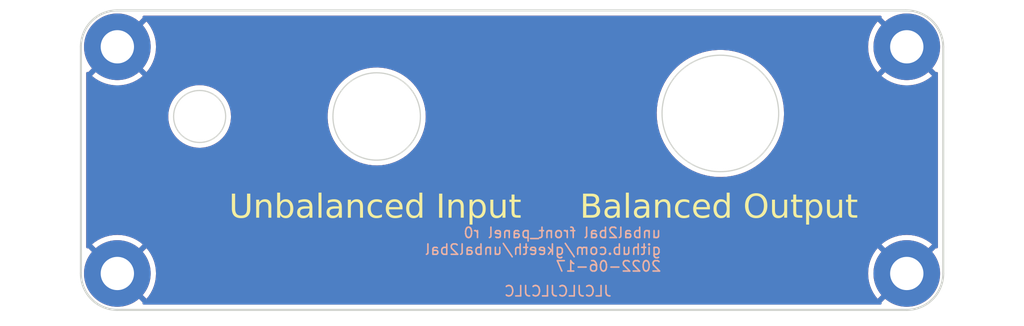
<source format=kicad_pcb>
(kicad_pcb (version 20211014) (generator pcbnew)
  (layers (0 "F.Cu" signal) (31 "B.Cu" signal) (34 "B.Paste" user) (35 "F.Paste" user) (36 "B.SilkS" user "B.Silkscreen") (37 "F.SilkS" user "F.Silkscreen") (38 "B.Mask" user) (39 "F.Mask" user) (44 "Edge.Cuts" user))
  (net 0 "")
  (net 1 "GND")
  (footprint "Panel_Cutouts:Panel_Jack_6.35mm_Neutrik_NMJ6HFD2" (layer "F.Cu") (at 195.6 98.2)
    (fp_text reference "REF**" hide)
    (fp_text value "Panel_Jack_6.35mm_Neutrik_NMJ6HFD2")
    (fp_circle (center 0 -8.29) (end 5.6 -8.29) (layer "Edge.Cuts") (width 0.12) (fill none))
  )
  (footprint "MountingHole:MountingHole_3.2mm_M3_Pad" (layer "F.Cu") (at 213.5 83.5)
    (fp_text reference "REF**" hide)
    (fp_text value "MountingHole_3.2mm_M3_Pad")
    (pad "1" thru_hole circle locked (at 0 0) (size 6.4 6.4) (drill 3.2) (layers *.Cu *.Mask) (net 1 "GND"))
  )
  (footprint "MountingHole:MountingHole_3.2mm_M3_Pad" (layer "F.Cu") (at 137.7 83.5)
    (fp_text reference "REF**" hide)
    (fp_text value "MountingHole_3.2mm_M3_Pad")
    (pad "1" thru_hole circle locked (at 0 0) (size 6.4 6.4) (drill 3.2) (layers *.Cu *.Mask) (net 1 "GND"))
  )
  (footprint "MountingHole:MountingHole_3.2mm_M3_Pad" (layer "F.Cu") (at 137.7 105.3)
    (fp_text reference "REF**" hide)
    (fp_text value "MountingHole_3.2mm_M3_Pad")
    (pad "1" thru_hole circle locked (at 0 0) (size 6.4 6.4) (drill 3.2) (layers *.Cu *.Mask) (net 1 "GND"))
  )
  (footprint "unbal2bal_labels:input_label" (layer "F.Cu") (at 162.56 99.06)
    (fp_text reference "svg2mod" hide)
    (fp_text value "G***" hide)
  )
  (footprint "Panel_Cutouts:Panel_LED_5mm" (layer "F.Cu") (at 145.6 90.2)
    (fp_text reference "REF**" hide)
    (fp_text value "Panel_LED_5mm")
    (fp_circle (center 0 0) (end 2.5 0) (layer "Edge.Cuts") (width 0.12) (fill none))
  )
  (footprint "unbal2bal_labels:output_label" (layer "F.Cu") (at 195.58 99.06)
    (fp_text reference "svg2mod" hide)
    (fp_text value "G***" hide)
  )
  (footprint "Panel_Cutouts:Panel_RCA_CUI_RCJ-04x" (layer "F.Cu") (at 162.6 98.2)
    (fp_text reference "REF**" hide)
    (fp_text value "Panel_RCA_CUI_RCJ-04x")
    (fp_circle (center 0 -8) (end 4.2 -8) (layer "Edge.Cuts") (width 0.12) (fill none))
  )
  (footprint "MountingHole:MountingHole_3.2mm_M3_Pad" (layer "F.Cu") (at 213.5 105.3)
    (fp_text reference "REF**" hide)
    (fp_text value "MountingHole_3.2mm_M3_Pad")
    (pad "1" thru_hole circle locked (at 0 0) (size 6.4 6.4) (drill 3.2) (layers *.Cu *.Mask) (net 1 "GND"))
  )
  (gr_arc locked (start 217 105.3) (mid 215.974874 107.774874) (end 213.5 108.8) (layer "Edge.Cuts") (width 0.2))
  (gr_arc locked (start 137.7 108.8) (mid 135.225126 107.774874) (end 134.2 105.3) (layer "Edge.Cuts") (width 0.2))
  (gr_line locked (start 213.4 80) (end 137.7 80) (layer "Edge.Cuts") (width 0.2))
  (gr_line locked (start 137.7 108.8) (end 213.5 108.8) (layer "Edge.Cuts") (width 0.2))
  (gr_line locked (start 217 83.5) (end 217 105.3) (layer "Edge.Cuts") (width 0.2))
  (gr_arc locked (start 213.4 80) (mid 215.924874 81.004416) (end 217 83.5) (layer "Edge.Cuts") (width 0.2))
  (gr_arc locked (start 134.2 83.5) (mid 135.225126 81.025126) (end 137.7 80) (layer "Edge.Cuts") (width 0.2))
  (gr_line locked (start 134.2 105.3) (end 134.2 83.5) (layer "Edge.Cuts") (width 0.2))
  (gr_text "JLCJLCJLCJLC" (at 180 107) (layer "B.SilkS") (effects (font (size 1 1)) (justify mirror)))
  (gr_text "unbal2bal front_panel r0\ngithub.com/gkeeth/unbal2bal\n2022-06-17" (at 190 103) (layer "B.SilkS") (effects (font (size 1 1)) (justify left mirror)))
  (zone (net 1) (net_name "GND") (layers F&B.Cu) (connect_pads (clearance 0.508)) (min_thickness 0.254) (fill yes (thermal_gap 0.508) (thermal_bridge_width 0.508))
    (polygon (pts (xy 218 110) (xy 133 110) (xy 133 79) (xy 218 79)))
  )
)
</source>
